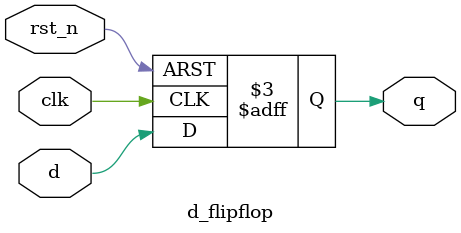
<source format=sv>
module rst_synch(RST_n, clk, rst_n);

input RST_n, clk;
output rst_n;

wire set, out1;
assign set = 1'b1;

d_flipflop 	flop1(.q(out1), .d(set), .rst_n(RST_n), .clk(clk)),
	flop2(.q(rst_n), .d(out1), .rst_n(RST_n), .clk(clk));

endmodule


module d_flipflop(q, d, rst_n, clk);

input d, clk, rst_n;
output reg q;

always @(posedge clk, negedge rst_n)
  if(!rst_n)
    q <= 0;
  else
    q <= d;

endmodule
</source>
